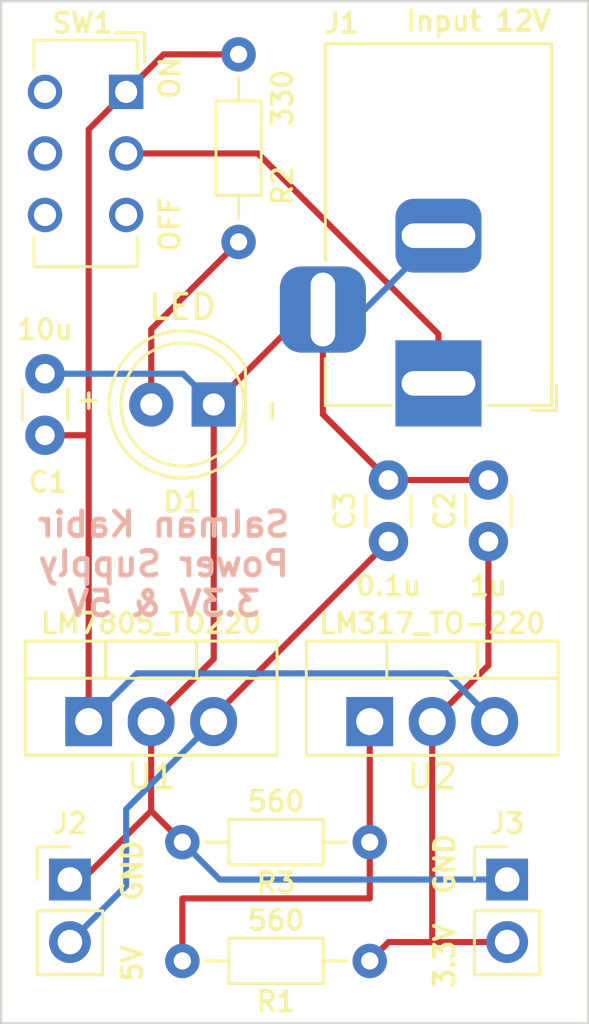
<source format=kicad_pcb>
(kicad_pcb (version 20221018) (generator pcbnew)
  (title_block (title "Power Supply") (date "2024-02-03") (rev "1") (company "Salman Kabir") (comment 1 "Input Voltage = 12V") (comment 2 "Output Voltage = 5V & 3.3V"))
  (layers (0 "F.Cu" signal) (31 "B.Cu" signal) (34 "B.Paste" user) (35 "F.Paste" user) (36 "B.SilkS" user "B.Silkscreen") (37 "F.SilkS" user "F.Silkscreen") (38 "B.Mask" user) (39 "F.Mask" user) (44 "Edge.Cuts" user))
  (net 0 "")
  (net 1 "/12V")
  (net 2 "GND")
  (net 3 "/3.3V")
  (net 4 "/5V")
  (net 5 "Net-(D1-A)")
  (net 6 "Net-(SW1A-B)")
  (net 7 "Net-(U2-ADJ)")
  (footprint "Capacitor_THT:C_Disc_D3.0mm_W1.6mm_P2.50mm" (layer "F.Cu") (at 130.175 116.8835 90)
    (fp_text reference "C1" (at -1.905 0.127 180) (layer "F.SilkS") (effects (font (size 0.8 0.8))))
    (fp_text value "10u" (at 4.298 0 180) (layer "F.SilkS") (effects (font (size 0.8 0.8))))
    (fp_line (start 0.621 -0.92) (end 1.879 -0.92) (stroke (width 0.12)) (layer "F.SilkS"))
    (fp_line (start 0.621 0.92) (end 1.879 0.92) (stroke (width 0.12)) (layer "F.SilkS"))
    (pad "1" thru_hole circle (at 0 0 90) (size 1.6 1.6) (drill 0.8) (layers "*.Cu" "*.Mask") (net 1 "/12V"))
    (pad "2" thru_hole circle (at 2.5 0 90) (size 1.6 1.6) (drill 0.8) (layers "*.Cu" "*.Mask") (net 2 "GND"))
  )
  (footprint "Connector_PinHeader_2.54mm:PinHeader_1x02_P2.54mm_Vertical" (layer "F.Cu") (at 148.971 134.9325)
    (fp_text reference "J3" (at 0 -2.281) (layer "F.SilkS") (effects (font (size 0.8 0.8))))
    (fp_text value "Conn_01x02_Pin")
    (fp_line (start -1.33 -1.33) (end 0 -1.33) (stroke (width 0.12)) (layer "F.SilkS"))
    (fp_line (start -1.33 0) (end -1.33 -1.33) (stroke (width 0.12)) (layer "F.SilkS"))
    (fp_line (start -1.33 1.27) (end -1.33 3.87) (stroke (width 0.12)) (layer "F.SilkS"))
    (fp_line (start -1.33 1.27) (end 1.33 1.27) (stroke (width 0.12)) (layer "F.SilkS"))
    (fp_line (start -1.33 3.87) (end 1.33 3.87) (stroke (width 0.12)) (layer "F.SilkS"))
    (fp_line (start 1.33 1.27) (end 1.33 3.87) (stroke (width 0.12)) (layer "F.SilkS"))
    (pad "1" thru_hole rect (at 0 0) (size 1.7 1.7) (drill 1) (layers "*.Cu" "*.Mask") (net 2 "GND"))
    (pad "2" thru_hole oval (at 0 2.54) (size 1.7 1.7) (drill 1) (layers "*.Cu" "*.Mask") (net 3 "/3.3V"))
  )
  (footprint "Package_TO_SOT_THT:TO-220-3_Vertical" (layer "F.Cu") (at 131.953 128.5165)
    (fp_text reference "U1" (at 2.54 2.23) (layer "F.SilkS"))
    (fp_text value "LM7805_TO220" (at 2.54 -3.993) (layer "F.SilkS") (effects (font (size 0.8 0.8))))
    (fp_line (start -2.58 -3.27) (end -2.58 1.371) (stroke (width 0.12)) (layer "F.SilkS"))
    (fp_line (start -2.58 -3.27) (end 7.66 -3.27) (stroke (width 0.12)) (layer "F.SilkS"))
    (fp_line (start -2.58 -1.76) (end 7.66 -1.76) (stroke (width 0.12)) (layer "F.SilkS"))
    (fp_line (start -2.58 1.371) (end 7.66 1.371) (stroke (width 0.12)) (layer "F.SilkS"))
    (fp_line (start 0.69 -3.27) (end 0.69 -1.76) (stroke (width 0.12)) (layer "F.SilkS"))
    (fp_line (start 4.391 -3.27) (end 4.391 -1.76) (stroke (width 0.12)) (layer "F.SilkS"))
    (fp_line (start 7.66 -3.27) (end 7.66 1.371) (stroke (width 0.12)) (layer "F.SilkS"))
    (pad "1" thru_hole rect (at 0 0) (size 1.905 2) (drill 1.1) (layers "*.Cu" "*.Mask") (net 1 "/12V"))
    (pad "2" thru_hole oval (at 2.54 0) (size 1.905 2) (drill 1.1) (layers "*.Cu" "*.Mask") (net 2 "GND"))
    (pad "3" thru_hole oval (at 5.08 0) (size 1.905 2) (drill 1.1) (layers "*.Cu" "*.Mask") (net 4 "/5V"))
  )
  (footprint "Package_TO_SOT_THT:TO-220-3_Vertical" (layer "F.Cu") (at 143.383 128.5165)
    (fp_text reference "U2" (at 2.54 2.23) (layer "F.SilkS"))
    (fp_text value "LM317_TO-220" (at 2.54 -3.993) (layer "F.SilkS") (effects (font (size 0.8 0.8))))
    (fp_line (start -2.58 -3.27) (end -2.58 1.371) (stroke (width 0.12)) (layer "F.SilkS"))
    (fp_line (start -2.58 -3.27) (end 7.66 -3.27) (stroke (width 0.12)) (layer "F.SilkS"))
    (fp_line (start -2.58 -1.76) (end 7.66 -1.76) (stroke (width 0.12)) (layer "F.SilkS"))
    (fp_line (start -2.58 1.371) (end 7.66 1.371) (stroke (width 0.12)) (layer "F.SilkS"))
    (fp_line (start 0.69 -3.27) (end 0.69 -1.76) (stroke (width 0.12)) (layer "F.SilkS"))
    (fp_line (start 4.391 -3.27) (end 4.391 -1.76) (stroke (width 0.12)) (layer "F.SilkS"))
    (fp_line (start 7.66 -3.27) (end 7.66 1.371) (stroke (width 0.12)) (layer "F.SilkS"))
    (pad "1" thru_hole rect (at 0 0) (size 1.905 2) (drill 1.1) (layers "*.Cu" "*.Mask") (net 7 "Net-(U2-ADJ)"))
    (pad "2" thru_hole oval (at 2.54 0) (size 1.905 2) (drill 1.1) (layers "*.Cu" "*.Mask") (net 3 "/3.3V"))
    (pad "3" thru_hole oval (at 5.08 0) (size 1.905 2) (drill 1.1) (layers "*.Cu" "*.Mask") (net 1 "/12V"))
  )
  (footprint "Resistor_THT:R_Axial_DIN0204_L3.6mm_D1.6mm_P7.62mm_Horizontal" (layer "F.Cu") (at 135.763 138.2395)
    (fp_text reference "R1" (at 3.81 1.651) (layer "F.SilkS") (effects (font (size 0.8 0.8))))
    (fp_text value "560" (at 3.81 -1.651) (layer "F.SilkS") (effects (font (size 0.8 0.8))))
    (fp_line (start 0.94 0) (end 1.89 0) (stroke (width 0.12)) (layer "F.SilkS"))
    (fp_line (start 1.89 -0.92) (end 1.89 0.92) (stroke (width 0.12)) (layer "F.SilkS"))
    (fp_line (start 1.89 0.92) (end 5.73 0.92) (stroke (width 0.12)) (layer "F.SilkS"))
    (fp_line (start 5.73 -0.92) (end 1.89 -0.92) (stroke (width 0.12)) (layer "F.SilkS"))
    (fp_line (start 5.73 0.92) (end 5.73 -0.92) (stroke (width 0.12)) (layer "F.SilkS"))
    (fp_line (start 6.68 0) (end 5.73 0) (stroke (width 0.12)) (layer "F.SilkS"))
    (pad "1" thru_hole circle (at 0 0) (size 1.4 1.4) (drill 0.7) (layers "*.Cu" "*.Mask") (net 7 "Net-(U2-ADJ)"))
    (pad "2" thru_hole oval (at 7.62 0) (size 1.4 1.4) (drill 0.7) (layers "*.Cu" "*.Mask") (net 3 "/3.3V"))
  )
  (footprint "Capacitor_THT:C_Disc_D3.0mm_W1.6mm_P2.50mm" (layer "F.Cu") (at 148.209 121.2015 90)
    (fp_text reference "C2" (at 1.25 -1.778 90) (layer "F.SilkS") (effects (font (size 0.8 0.8))))
    (fp_text value "1u" (at -1.798 0 180) (layer "F.SilkS") (effects (font (size 0.8 0.8))))
    (fp_line (start 0.621 -0.92) (end 1.879 -0.92) (stroke (width 0.12)) (layer "F.SilkS"))
    (fp_line (start 0.621 0.92) (end 1.879 0.92) (stroke (width 0.12)) (layer "F.SilkS"))
    (pad "1" thru_hole circle (at 0 0 90) (size 1.6 1.6) (drill 0.8) (layers "*.Cu" "*.Mask") (net 3 "/3.3V"))
    (pad "2" thru_hole circle (at 2.5 0 90) (size 1.6 1.6) (drill 0.8) (layers "*.Cu" "*.Mask") (net 2 "GND"))
  )
  (footprint "Connector_BarrelJack:BarrelJack_Horizontal" (layer "F.Cu") (at 146.177 114.7755 -90)
    (fp_text reference "J1" (at -14.636 3.937) (layer "F.SilkS") (effects (font (size 0.8 0.8))))
    (fp_text value "Barrel_Jack_Switch")
    (fp_line (start -13.8 -4.6) (end 0.9 -4.6) (stroke (width 0.12)) (layer "F.SilkS"))
    (fp_line (start -13.8 4.6) (end -13.8 -4.6) (stroke (width 0.12)) (layer "F.SilkS"))
    (fp_line (start -5 4.6) (end -13.8 4.6) (stroke (width 0.12)) (layer "F.SilkS"))
    (fp_line (start 0.05 -4.8) (end 1.1 -4.8) (stroke (width 0.12)) (layer "F.SilkS"))
    (fp_line (start 0.9 -4.6) (end 0.9 -2) (stroke (width 0.12)) (layer "F.SilkS"))
    (fp_line (start 0.9 1.9) (end 0.9 4.6) (stroke (width 0.12)) (layer "F.SilkS"))
    (fp_line (start 0.9 4.6) (end -1 4.6) (stroke (width 0.12)) (layer "F.SilkS"))
    (fp_line (start 1.1 -3.75) (end 1.1 -4.8) (stroke (width 0.12)) (layer "F.SilkS"))
    (pad "1" thru_hole rect (at 0 0 270) (size 3.5 3.5) (drill oval 1 3) (layers "*.Cu" "*.Mask") (net 6 "Net-(SW1A-B)"))
    (pad "2" thru_hole roundrect (at -6 0 270) (size 3 3.5) (drill oval 1 3) (layers "*.Cu" "*.Mask") (net 2 "GND"))
    (pad "3" thru_hole roundrect (at -3 4.7 270) (size 3.5 3.5) (drill oval 3 1) (layers "*.Cu" "*.Mask") (net 2 "GND"))
  )
  (footprint "Connector_PinHeader_2.54mm:PinHeader_1x02_P2.54mm_Vertical" (layer "F.Cu") (at 131.191 134.9325)
    (fp_text reference "J2" (at 0 -2.281) (layer "F.SilkS") (effects (font (size 0.8 0.8))))
    (fp_text value "Conn_01x02_Pin")
    (fp_line (start -1.33 -1.33) (end 0 -1.33) (stroke (width 0.12)) (layer "F.SilkS"))
    (fp_line (start -1.33 0) (end -1.33 -1.33) (stroke (width 0.12)) (layer "F.SilkS"))
    (fp_line (start -1.33 1.27) (end -1.33 3.87) (stroke (width 0.12)) (layer "F.SilkS"))
    (fp_line (start -1.33 1.27) (end 1.33 1.27) (stroke (width 0.12)) (layer "F.SilkS"))
    (fp_line (start -1.33 3.87) (end 1.33 3.87) (stroke (width 0.12)) (layer "F.SilkS"))
    (fp_line (start 1.33 1.27) (end 1.33 3.87) (stroke (width 0.12)) (layer "F.SilkS"))
    (pad "1" thru_hole rect (at 0 0) (size 1.7 1.7) (drill 1) (layers "*.Cu" "*.Mask") (net 2 "GND"))
    (pad "2" thru_hole oval (at 0 2.54) (size 1.7 1.7) (drill 1) (layers "*.Cu" "*.Mask") (net 4 "/5V"))
  )
  (footprint "LED_THT:LED_D5.0mm" (layer "F.Cu") (at 137.038 115.6335 180)
    (fp_text reference "D1" (at 1.27 -3.96) (layer "F.SilkS") (effects (font (size 0.8 0.8))))
    (fp_text value "LED" (at 1.27 3.96) (layer "F.SilkS"))
    (fp_line (start -1.29 -1.545) (end -1.29 1.545) (stroke (width 0.12)) (layer "F.SilkS"))
    (fp_arc (start -1.29 -1.54483) (mid 2.072002 -2.880433) (end 4.26 0.000462) (stroke (width 0.12)) (layer "F.SilkS"))
    (fp_arc (start 4.26 -0.000462) (mid 2.072002 2.880433) (end -1.29 1.54483) (stroke (width 0.12)) (layer "F.SilkS"))
    (fp_circle (center 1.27 0) (end 3.77 0) (stroke (width 0.12)) (fill none) (layer "F.SilkS"))
    (pad "1" thru_hole rect (at 0 0 180) (size 1.8 1.8) (drill 0.9) (layers "*.Cu" "*.Mask") (net 2 "GND"))
    (pad "2" thru_hole circle (at 2.54 0 180) (size 1.8 1.8) (drill 0.9) (layers "*.Cu" "*.Mask") (net 5 "Net-(D1-A)"))
  )
  (footprint "Resistor_THT:R_Axial_DIN0204_L3.6mm_D1.6mm_P7.62mm_Horizontal" (layer "F.Cu") (at 135.763 133.4135)
    (fp_text reference "R3" (at 3.81 1.651) (layer "F.SilkS") (effects (font (size 0.8 0.8))))
    (fp_text value "560" (at 3.81 -1.651) (layer "F.SilkS") (effects (font (size 0.8 0.8))))
    (fp_line (start 0.94 0) (end 1.89 0) (stroke (width 0.12)) (layer "F.SilkS"))
    (fp_line (start 1.89 -0.92) (end 1.89 0.92) (stroke (width 0.12)) (layer "F.SilkS"))
    (fp_line (start 1.89 0.92) (end 5.73 0.92) (stroke (width 0.12)) (layer "F.SilkS"))
    (fp_line (start 5.73 -0.92) (end 1.89 -0.92) (stroke (width 0.12)) (layer "F.SilkS"))
    (fp_line (start 5.73 0.92) (end 5.73 -0.92) (stroke (width 0.12)) (layer "F.SilkS"))
    (fp_line (start 6.68 0) (end 5.73 0) (stroke (width 0.12)) (layer "F.SilkS"))
    (pad "1" thru_hole circle (at 0 0) (size 1.4 1.4) (drill 0.7) (layers "*.Cu" "*.Mask") (net 2 "GND"))
    (pad "2" thru_hole oval (at 7.62 0) (size 1.4 1.4) (drill 0.7) (layers "*.Cu" "*.Mask") (net 7 "Net-(U2-ADJ)"))
  )
  (footprint "Capacitor_THT:C_Disc_D3.0mm_W1.6mm_P2.50mm" (layer "F.Cu") (at 144.145 121.2015 90)
    (fp_text reference "C3" (at 1.25 -1.778 90) (layer "F.SilkS") (effects (font (size 0.8 0.8))))
    (fp_text value "0.1u" (at -1.798 0 180) (layer "F.SilkS") (effects (font (size 0.8 0.8))))
    (fp_line (start 0.621 -0.92) (end 1.879 -0.92) (stroke (width 0.12)) (layer "F.SilkS"))
    (fp_line (start 0.621 0.92) (end 1.879 0.92) (stroke (width 0.12)) (layer "F.SilkS"))
    (pad "1" thru_hole circle (at 0 0 90) (size 1.6 1.6) (drill 0.8) (layers "*.Cu" "*.Mask") (net 4 "/5V"))
    (pad "2" thru_hole circle (at 2.5 0 90) (size 1.6 1.6) (drill 0.8) (layers "*.Cu" "*.Mask") (net 2 "GND"))
  )
  (footprint "Resistor_THT:R_Axial_DIN0204_L3.6mm_D1.6mm_P7.62mm_Horizontal" (layer "F.Cu") (at 138.049 109.0295 90)
    (fp_text reference "R2" (at 2.286 1.778 90) (layer "F.SilkS") (effects (font (size 0.8 0.8))))
    (fp_text value "330" (at 5.842 1.778 90) (layer "F.SilkS") (effects (font (size 0.8 0.8))))
    (fp_line (start 0.94 0) (end 1.89 0) (stroke (width 0.12)) (layer "F.SilkS"))
    (fp_line (start 1.89 -0.92) (end 1.89 0.92) (stroke (width 0.12)) (layer "F.SilkS"))
    (fp_line (start 1.89 0.92) (end 5.73 0.92) (stroke (width 0.12)) (layer "F.SilkS"))
    (fp_line (start 5.73 -0.92) (end 1.89 -0.92) (stroke (width 0.12)) (layer "F.SilkS"))
    (fp_line (start 5.73 0.92) (end 5.73 -0.92) (stroke (width 0.12)) (layer "F.SilkS"))
    (fp_line (start 6.68 0) (end 5.73 0) (stroke (width 0.12)) (layer "F.SilkS"))
    (pad "1" thru_hole circle (at 0 0 90) (size 1.4 1.4) (drill 0.7) (layers "*.Cu" "*.Mask") (net 5 "Net-(D1-A)"))
    (pad "2" thru_hole oval (at 7.62 0 90) (size 1.4 1.4) (drill 0.7) (layers "*.Cu" "*.Mask") (net 1 "/12V"))
  )
  (footprint "Button_Switch_THT:SW_CuK_JS202011CQN_DPDT_Straight" (layer "F.Cu") (at 133.477 102.9335 -90)
    (fp_text reference "SW1" (at -2.794 1.778 180) (layer "F.SilkS") (effects (font (size 0.8 0.8))))
    (fp_text value "SW_DPDT_x2")
    (fp_line (start -2.4 -0.75) (end -2.4 0.45) (stroke (width 0.12)) (layer "F.SilkS"))
    (fp_line (start -2.1 -0.45) (end -2.1 3.75) (stroke (width 0.12)) (layer "F.SilkS"))
    (fp_line (start -2.1 3.75) (end -0.9 3.75) (stroke (width 0.12)) (layer "F.SilkS"))
    (fp_line (start -1.2 -0.75) (end -2.4 -0.75) (stroke (width 0.12)) (layer "F.SilkS"))
    (fp_line (start -0.9 -0.45) (end -2.1 -0.45) (stroke (width 0.12)) (layer "F.SilkS"))
    (fp_line (start 5.9 -0.45) (end 7.1 -0.45) (stroke (width 0.12)) (layer "F.SilkS"))
    (fp_line (start 7.1 -0.45) (end 7.1 3.75) (stroke (width 0.12)) (layer "F.SilkS"))
    (fp_line (start 7.1 3.75) (end 5.9 3.75) (stroke (width 0.12)) (layer "F.SilkS"))
    (pad "1" thru_hole rect (at 0 0 270) (size 1.4 1.4) (drill 0.9) (layers "*.Cu" "*.Mask") (net 1 "/12V"))
    (pad "2" thru_hole circle (at 2.5 0 270) (size 1.4 1.4) (drill 0.9) (layers "*.Cu" "*.Mask") (net 6 "Net-(SW1A-B)"))
    (pad "3" thru_hole circle (at 5 0 270) (size 1.4 1.4) (drill 0.9) (layers "*.Cu" "*.Mask"))
    (pad "4" thru_hole circle (at 0 3.3 270) (size 1.4 1.4) (drill 0.9) (layers "*.Cu" "*.Mask"))
    (pad "5" thru_hole circle (at 2.5 3.3 270) (size 1.4 1.4) (drill 0.9) (layers "*.Cu" "*.Mask"))
    (pad "6" thru_hole circle (at 5 3.3 270) (size 1.4 1.4) (drill 0.9) (layers "*.Cu" "*.Mask"))
  )
  (gr_line (start 128.397 115.1255) (end 128.397 99.2505) (stroke (width 0.1)) (layer "Edge.Cuts"))
  (gr_line (start 128.397 140.7795) (end 152.273 140.7795) (stroke (width 0.1)) (layer "Edge.Cuts"))
  (gr_line (start 152.273 99.2505) (end 152.273 140.7795) (stroke (width 0.1)) (layer "Edge.Cuts"))
  (gr_line (start 128.397 140.7795) (end 128.397 115.1255) (stroke (width 0.1)) (layer "Edge.Cuts"))
  (gr_line (start 128.397 99.2505) (end 152.273 99.2505) (stroke (width 0.1)) (layer "Edge.Cuts"))
  (gr_text "Salman Kabir\nPower Supply\n3.3V & 5V" (at 135.001 122.1105) (layer "B.SilkS") (effects (font (size 1 1) (thickness 0.2) bold) (justify mirror)))
  (gr_text "Input 12V" (at 144.78 100.5205) (layer "F.SilkS") (effects (font (size 0.8 0.8) (thickness 0.16) bold) (justify left bottom)))
  (gr_text "+" (at 131.953 115.8875) (layer "F.SilkS") (effects (font (size 0.8 0.8) (thickness 0.15) bold) (justify bottom mirror)))
  (gr_text "3.3V  GND" (at 146.431 136.2075 90) (layer "F.SilkS") (effects (font (size 0.8 0.8) (thickness 0.16) bold)))
  (gr_text "5V   GND" (at 133.731 136.2075 90) (layer "F.SilkS") (effects (font (size 0.8 0.8) (thickness 0.16) bold)))
  (gr_text "OFF		ON" (at 135.255 105.4735 90) (layer "F.SilkS") (effects (font (size 0.8 0.8) (thickness 0.15) bold)))
  (gr_text "-" (at 139.827 115.8875 90) (layer "F.SilkS") (effects (font (size 0.8 0.8) (thickness 0.15) bold) (justify bottom mirror)))
  (segment (start 135.001 101.4095) (end 133.477 102.9335) (width 0.25) (layer "F.Cu") (net 1))
  (segment (start 131.933 116.8835) (end 131.953 116.9035) (width 0.25) (layer "F.Cu") (net 1))
  (segment (start 131.953 104.4575) (end 131.953 116.9035) (width 0.25) (layer "F.Cu") (net 1))
  (segment (start 138.049 101.4095) (end 135.001 101.4095) (width 0.25) (layer "F.Cu") (net 1))
  (segment (start 133.477 102.9335) (end 131.953 104.4575) (width 0.25) (layer "F.Cu") (net 1))
  (segment (start 131.953 116.9035) (end 131.953 128.5165) (width 0.25) (layer "F.Cu") (net 1))
  (segment (start 130.175 116.8835) (end 131.933 116.8835) (width 0.25) (layer "F.Cu") (net 1))
  (segment (start 133.914 126.5555) (end 146.502 126.5555) (width 0.25) (layer "B.Cu") (net 1))
  (segment (start 131.953 128.5165) (end 133.914 126.5555) (width 0.25) (layer "B.Cu") (net 1))
  (segment (start 146.502 126.5555) (end 148.463 128.5165) (width 0.25) (layer "B.Cu") (net 1))
  (segment (start 141.477 111.7755) (end 140.896 111.7755) (width 0.25) (layer "F.Cu") (net 2))
  (segment (start 144.145 118.7015) (end 141.477 116.0335) (width 0.25) (layer "F.Cu") (net 2))
  (segment (start 134.493 132.1435) (end 135.763 133.4135) (width 0.25) (layer "F.Cu") (net 2))
  (segment (start 137.038 115.6335) (end 137.038 125.9715) (width 0.25) (layer "F.Cu") (net 2))
  (segment (start 137.038 125.9715) (end 134.493 128.5165) (width 0.25) (layer "F.Cu") (net 2))
  (segment (start 131.191 134.9325) (end 131.704 134.9325) (width 0.25) (layer "F.Cu") (net 2))
  (segment (start 134.493 128.5165) (end 134.493 132.1435) (width 0.25) (layer "F.Cu") (net 2))
  (segment (start 140.896 111.7755) (end 137.038 115.6335) (width 0.25) (layer "F.Cu") (net 2))
  (segment (start 144.145 118.7015) (end 148.209 118.7015) (width 0.25) (layer "F.Cu") (net 2))
  (segment (start 141.477 116.0335) (end 141.477 111.7755) (width 0.25) (layer "F.Cu") (net 2))
  (segment (start 131.704 134.9325) (end 134.493 132.1435) (width 0.25) (layer "F.Cu") (net 2))
  (segment (start 130.175 114.3835) (end 135.788 114.3835) (width 0.25) (layer "B.Cu") (net 2))
  (segment (start 137.282 134.9325) (end 135.763 133.4135) (width 0.25) (layer "B.Cu") (net 2))
  (segment (start 148.971 134.9325) (end 137.282 134.9325) (width 0.25) (layer "B.Cu") (net 2))
  (segment (start 135.788 114.3835) (end 137.038 115.6335) (width 0.25) (layer "B.Cu") (net 2))
  (segment (start 146.177 108.7755) (end 143.177 111.7755) (width 0.25) (layer "B.Cu") (net 2))
  (segment (start 143.177 111.7755) (end 141.477 111.7755) (width 0.25) (layer "B.Cu") (net 2))
  (segment (start 148.971 137.4725) (end 145.923 137.4725) (width 0.25) (layer "F.Cu") (net 3))
  (segment (start 148.209 121.2015) (end 148.209 126.2305) (width 0.25) (layer "F.Cu") (net 3))
  (segment (start 148.209 126.2305) (end 145.923 128.5165) (width 0.25) (layer "F.Cu") (net 3))
  (segment (start 145.923 128.5165) (end 145.923 137.4725) (width 0.25) (layer "F.Cu") (net 3))
  (segment (start 144.15 137.4725) (end 143.383 138.2395) (width 0.25) (layer "F.Cu") (net 3))
  (segment (start 145.923 137.4725) (end 144.15 137.4725) (width 0.25) (layer "F.Cu") (net 3))
  (segment (start 144.145 121.2015) (end 137.033 128.3135) (width 0.25) (layer "F.Cu") (net 4))
  (segment (start 137.033 128.3135) (end 137.033 128.5165) (width 0.25) (layer "F.Cu") (net 4))
  (segment (start 130.937 137.4825) (end 131.694 137.4825) (width 0.25) (layer "F.Cu") (net 4))
  (segment (start 137.033 128.5165) (end 137.033 128.8465) (width 0.25) (layer "B.Cu") (net 4))
  (segment (start 133.477 135.1865) (end 131.191 137.4725) (width 0.25) (layer "B.Cu") (net 4))
  (segment (start 137.033 128.5165) (end 133.477 132.0725) (width 0.25) (layer "B.Cu") (net 4))
  (segment (start 133.477 132.0725) (end 133.477 135.1865) (width 0.25) (layer "B.Cu") (net 4))
  (segment (start 134.498 112.5805) (end 134.498 115.6335) (width 0.25) (layer "F.Cu") (net 5))
  (segment (start 138.049 109.0295) (end 134.498 112.5805) (width 0.25) (layer "F.Cu") (net 5))
  (segment (start 138.835 105.4335) (end 133.477 105.4335) (width 0.25) (layer "F.Cu") (net 6))
  (segment (start 146.177 112.7755) (end 138.835 105.4335) (width 0.25) (layer "F.Cu") (net 6))
  (segment (start 146.177 114.7755) (end 146.177 112.7755) (width 0.25) (layer "F.Cu") (net 6))
  (segment (start 135.763 135.6995) (end 135.763 138.7475) (width 0.25) (layer "F.Cu") (net 7))
  (segment (start 143.383 133.4135) (end 143.383 135.6995) (width 0.25) (layer "F.Cu") (net 7))
  (segment (start 143.383 135.6995) (end 135.763 135.6995) (width 0.25) (layer "F.Cu") (net 7))
  (segment (start 143.383 128.5165) (end 143.383 133.4135) (width 0.25) (layer "F.Cu") (net 7))
)
</source>
